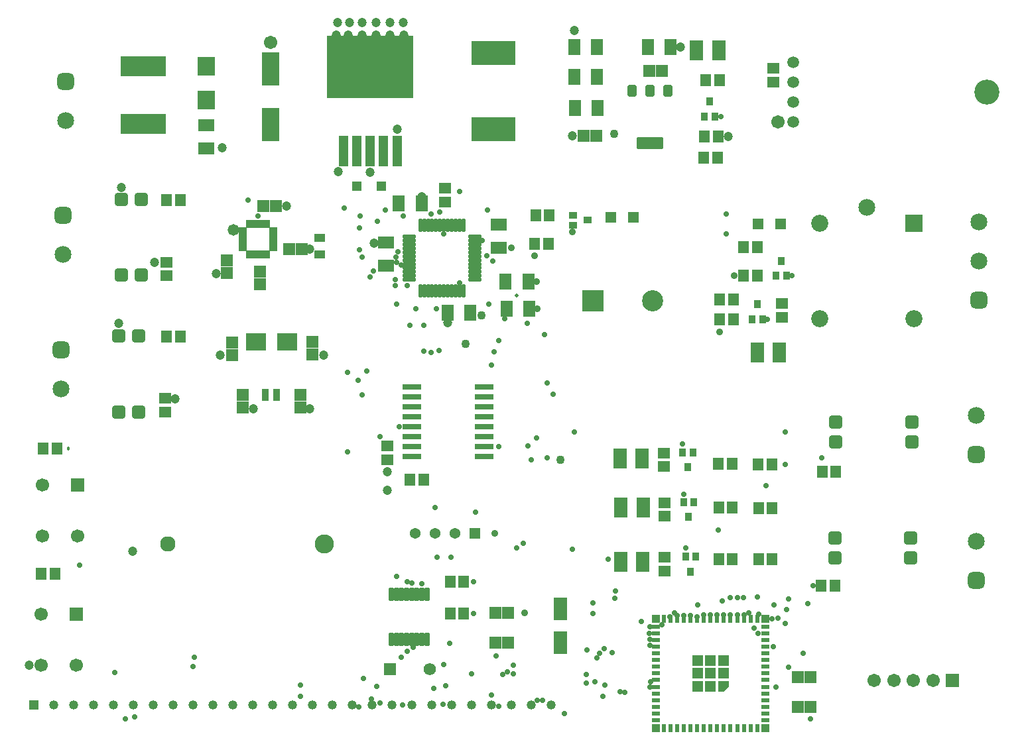
<source format=gts>
G04*
G04 #@! TF.GenerationSoftware,Altium Limited,Altium Designer,25.2.1 (25)*
G04*
G04 Layer_Color=8388736*
%FSLAX44Y44*%
%MOMM*%
G71*
G04*
G04 #@! TF.SameCoordinates,E3D469A8-3601-4E52-BDEA-DD632D880B34*
G04*
G04*
G04 #@! TF.FilePolarity,Negative*
G04*
G01*
G75*
%ADD52R,1.4032X1.4032*%
%ADD53R,0.6032X1.0032*%
%ADD54R,1.0032X0.6032*%
%ADD55R,1.0032X1.0032*%
%ADD56R,0.9032X1.1032*%
%ADD57R,1.5532X1.3532*%
%ADD58R,1.8032X3.0032*%
%ADD59R,1.5032X1.6032*%
G04:AMPARAMS|DCode=60|XSize=1.6132mm|YSize=1.6732mm|CornerRadius=0.2778mm|HoleSize=0mm|Usage=FLASHONLY|Rotation=0.000|XOffset=0mm|YOffset=0mm|HoleType=Round|Shape=RoundedRectangle|*
%AMROUNDEDRECTD60*
21,1,1.6132,1.1175,0,0,0.0*
21,1,1.0575,1.6732,0,0,0.0*
1,1,0.5557,0.5288,-0.5587*
1,1,0.5557,-0.5288,-0.5587*
1,1,0.5557,-0.5288,0.5587*
1,1,0.5557,0.5288,0.5587*
%
%ADD60ROUNDEDRECTD60*%
%ADD61R,1.3532X1.5532*%
G04:AMPARAMS|DCode=62|XSize=1.7732mm|YSize=0.6132mm|CornerRadius=0.1529mm|HoleSize=0mm|Usage=FLASHONLY|Rotation=270.000|XOffset=0mm|YOffset=0mm|HoleType=Round|Shape=RoundedRectangle|*
%AMROUNDEDRECTD62*
21,1,1.7732,0.3075,0,0,270.0*
21,1,1.4675,0.6132,0,0,270.0*
1,1,0.3057,-0.1538,-0.7338*
1,1,0.3057,-0.1538,0.7338*
1,1,0.3057,0.1538,0.7338*
1,1,0.3057,0.1538,-0.7338*
%
%ADD62ROUNDEDRECTD62*%
%ADD63R,11.0432X8.0832*%
%ADD64R,1.1932X3.9932*%
%ADD65R,1.8032X2.6032*%
%ADD66R,2.4032X0.8032*%
%ADD67R,1.6032X1.5032*%
G04:AMPARAMS|DCode=68|XSize=0.4832mm|YSize=1.7632mm|CornerRadius=0.1716mm|HoleSize=0mm|Usage=FLASHONLY|Rotation=90.000|XOffset=0mm|YOffset=0mm|HoleType=Round|Shape=RoundedRectangle|*
%AMROUNDEDRECTD68*
21,1,0.4832,1.4200,0,0,90.0*
21,1,0.1400,1.7632,0,0,90.0*
1,1,0.3432,0.7100,0.0700*
1,1,0.3432,0.7100,-0.0700*
1,1,0.3432,-0.7100,-0.0700*
1,1,0.3432,-0.7100,0.0700*
%
%ADD68ROUNDEDRECTD68*%
G04:AMPARAMS|DCode=69|XSize=0.4832mm|YSize=1.7632mm|CornerRadius=0.1716mm|HoleSize=0mm|Usage=FLASHONLY|Rotation=0.000|XOffset=0mm|YOffset=0mm|HoleType=Round|Shape=RoundedRectangle|*
%AMROUNDEDRECTD69*
21,1,0.4832,1.4200,0,0,0.0*
21,1,0.1400,1.7632,0,0,0.0*
1,1,0.3432,0.0700,-0.7100*
1,1,0.3432,-0.0700,-0.7100*
1,1,0.3432,-0.0700,0.7100*
1,1,0.3432,0.0700,0.7100*
%
%ADD69ROUNDEDRECTD69*%
G04:AMPARAMS|DCode=70|XSize=1.5132mm|YSize=1.1332mm|CornerRadius=0.1714mm|HoleSize=0mm|Usage=FLASHONLY|Rotation=270.000|XOffset=0mm|YOffset=0mm|HoleType=Round|Shape=RoundedRectangle|*
%AMROUNDEDRECTD70*
21,1,1.5132,0.7905,0,0,270.0*
21,1,1.1705,1.1332,0,0,270.0*
1,1,0.3427,-0.3953,-0.5853*
1,1,0.3427,-0.3953,0.5853*
1,1,0.3427,0.3953,0.5853*
1,1,0.3427,0.3953,-0.5853*
%
%ADD70ROUNDEDRECTD70*%
G04:AMPARAMS|DCode=71|XSize=1.5132mm|YSize=3.4432mm|CornerRadius=0.1999mm|HoleSize=0mm|Usage=FLASHONLY|Rotation=270.000|XOffset=0mm|YOffset=0mm|HoleType=Round|Shape=RoundedRectangle|*
%AMROUNDEDRECTD71*
21,1,1.5132,3.0435,0,0,270.0*
21,1,1.1135,3.4432,0,0,270.0*
1,1,0.3997,-1.5218,-0.5568*
1,1,0.3997,-1.5218,0.5568*
1,1,0.3997,1.5218,0.5568*
1,1,0.3997,1.5218,-0.5568*
%
%ADD71ROUNDEDRECTD71*%
%ADD72R,2.0032X1.5032*%
%ADD73R,2.3232X2.4832*%
%ADD74R,1.5032X2.0032*%
%ADD75R,2.6032X2.2032*%
%ADD76R,0.9532X1.6032*%
%ADD77R,0.9932X0.4832*%
%ADD78R,0.4832X0.9932*%
%ADD79R,1.4032X1.1032*%
%ADD80R,1.2832X1.2932*%
%ADD81R,1.4032X1.4032*%
%ADD82R,5.6032X3.1032*%
%ADD83R,5.8166X2.5146*%
%ADD84R,2.2032X4.2032*%
G04:AMPARAMS|DCode=85|XSize=1.6132mm|YSize=1.6732mm|CornerRadius=0.2778mm|HoleSize=0mm|Usage=FLASHONLY|Rotation=90.000|XOffset=0mm|YOffset=0mm|HoleType=Round|Shape=RoundedRectangle|*
%AMROUNDEDRECTD85*
21,1,1.6132,1.1175,0,0,90.0*
21,1,1.0575,1.6732,0,0,90.0*
1,1,0.5557,0.5587,0.5288*
1,1,0.5557,0.5587,-0.5288*
1,1,0.5557,-0.5587,-0.5288*
1,1,0.5557,-0.5587,0.5288*
%
%ADD85ROUNDEDRECTD85*%
%ADD86R,1.1032X0.9032*%
%ADD87R,1.1882X1.1882*%
%ADD88C,1.1882*%
%ADD89C,1.3660*%
%ADD90R,1.3660X1.3660*%
%ADD91R,1.5732X1.5732*%
%ADD92C,1.5732*%
%ADD93C,1.7112*%
%ADD94R,1.7112X1.7112*%
%ADD95C,2.4532*%
%ADD96C,1.9582*%
%ADD97C,2.1532*%
G04:AMPARAMS|DCode=98|XSize=2.1532mm|YSize=2.1532mm|CornerRadius=0.5891mm|HoleSize=0mm|Usage=FLASHONLY|Rotation=90.000|XOffset=0mm|YOffset=0mm|HoleType=Round|Shape=RoundedRectangle|*
%AMROUNDEDRECTD98*
21,1,2.1532,0.9750,0,0,90.0*
21,1,0.9750,2.1532,0,0,90.0*
1,1,1.1782,0.4875,0.4875*
1,1,1.1782,0.4875,-0.4875*
1,1,1.1782,-0.4875,-0.4875*
1,1,1.1782,-0.4875,0.4875*
%
%ADD98ROUNDEDRECTD98*%
%ADD99R,1.7012X1.7012*%
%ADD100C,1.7012*%
%ADD101R,2.7032X2.7032*%
%ADD102C,2.7032*%
%ADD103R,2.1832X2.1832*%
%ADD104C,2.1382*%
%ADD105C,2.1832*%
%ADD106C,1.5112*%
%ADD107C,3.2032*%
%ADD108C,0.7032*%
%ADD109C,1.1032*%
%ADD110C,1.2032*%
%ADD111C,0.9032*%
%ADD112C,1.4732*%
%ADD113C,0.5032*%
%ADD114C,1.7032*%
%ADD115C,0.4572*%
G36*
X954380Y608980D02*
X968380D01*
Y601480D01*
X961880Y594980D01*
X954380D01*
Y608980D01*
D02*
G37*
D52*
X961380Y618480D02*
D03*
Y634980D02*
D03*
X944880D02*
D03*
X928380D02*
D03*
Y618480D02*
D03*
Y601980D02*
D03*
X944880D02*
D03*
Y618480D02*
D03*
X1034110Y1192530D02*
D03*
X846480Y1201420D02*
D03*
D53*
X1004380Y548480D02*
D03*
X995880D02*
D03*
X987380D02*
D03*
X978880D02*
D03*
X970380D02*
D03*
X961880D02*
D03*
X953380D02*
D03*
X944880D02*
D03*
X936380D02*
D03*
X927880D02*
D03*
X919380D02*
D03*
X910880D02*
D03*
X902380D02*
D03*
X893880D02*
D03*
X885380D02*
D03*
Y688480D02*
D03*
X893880D02*
D03*
X902380D02*
D03*
X910880D02*
D03*
X919380D02*
D03*
X927880D02*
D03*
X936380D02*
D03*
X944880D02*
D03*
X953380D02*
D03*
X961880D02*
D03*
X970380D02*
D03*
X978880D02*
D03*
X987380D02*
D03*
X995880D02*
D03*
X1004380D02*
D03*
D54*
X874880Y558980D02*
D03*
Y567480D02*
D03*
Y575980D02*
D03*
Y584480D02*
D03*
Y592980D02*
D03*
Y601480D02*
D03*
Y609980D02*
D03*
Y618480D02*
D03*
Y626980D02*
D03*
Y635480D02*
D03*
Y643980D02*
D03*
Y652480D02*
D03*
Y660980D02*
D03*
Y669480D02*
D03*
Y677980D02*
D03*
X1014880D02*
D03*
Y669480D02*
D03*
Y660980D02*
D03*
Y652480D02*
D03*
Y643980D02*
D03*
Y635480D02*
D03*
Y626980D02*
D03*
Y618480D02*
D03*
Y609980D02*
D03*
Y601480D02*
D03*
Y592980D02*
D03*
Y584480D02*
D03*
Y575980D02*
D03*
Y567480D02*
D03*
Y558980D02*
D03*
D55*
X874880Y688480D02*
D03*
Y548480D02*
D03*
X1014880Y688480D02*
D03*
Y548480D02*
D03*
D56*
X915670Y882040D02*
D03*
X909170Y901040D02*
D03*
X922170D02*
D03*
X919480Y748690D02*
D03*
X912980Y767690D02*
D03*
X925980D02*
D03*
X916940Y818540D02*
D03*
X910440Y837540D02*
D03*
X923440D02*
D03*
X1035200Y1145490D02*
D03*
X1041700Y1126490D02*
D03*
X1028700D02*
D03*
X1004570Y1090270D02*
D03*
X1011070Y1071270D02*
D03*
X998070D02*
D03*
X943610Y1349350D02*
D03*
X950110Y1330350D02*
D03*
X937110D02*
D03*
D57*
X885190Y900290D02*
D03*
Y882790D02*
D03*
X886460Y836790D02*
D03*
Y819290D02*
D03*
Y767080D02*
D03*
Y749580D02*
D03*
X1036320Y1073430D02*
D03*
Y1090930D02*
D03*
X605790Y1238250D02*
D03*
Y1220750D02*
D03*
X1024890Y1374280D02*
D03*
Y1391780D02*
D03*
X250190Y1144130D02*
D03*
Y1126630D02*
D03*
X248920Y970140D02*
D03*
Y952640D02*
D03*
X532130Y909180D02*
D03*
Y891680D02*
D03*
D58*
X753110Y700950D02*
D03*
Y657950D02*
D03*
D59*
X686560Y695960D02*
D03*
X670560D02*
D03*
X686180Y657860D02*
D03*
X670180D02*
D03*
X1056260Y575310D02*
D03*
X1072260D02*
D03*
X1056260Y613410D02*
D03*
X1072260D02*
D03*
X390270Y1215390D02*
D03*
X374270D02*
D03*
X423290Y1160780D02*
D03*
X407290D02*
D03*
X783210Y1305560D02*
D03*
X799210D02*
D03*
X883030Y1388110D02*
D03*
X867030D02*
D03*
D60*
X1201660Y939800D02*
D03*
Y914400D02*
D03*
X1104660D02*
D03*
Y939800D02*
D03*
X1103390Y791210D02*
D03*
Y765810D02*
D03*
X1200390D02*
D03*
Y791210D02*
D03*
D61*
X629780Y735330D02*
D03*
X612280D02*
D03*
X629780Y694690D02*
D03*
X612280D02*
D03*
X955040Y886460D02*
D03*
X972540D02*
D03*
X1023340Y885190D02*
D03*
X1005840D02*
D03*
X955180Y830580D02*
D03*
X972680D02*
D03*
X1023480Y829310D02*
D03*
X1005980D02*
D03*
X1103490Y730250D02*
D03*
X1085990D02*
D03*
X955180Y764540D02*
D03*
X972680D02*
D03*
X1023480D02*
D03*
X1005980D02*
D03*
X1087260Y876300D02*
D03*
X1104760D02*
D03*
X110210Y905510D02*
D03*
X92710D02*
D03*
X561340Y866140D02*
D03*
X578840D02*
D03*
X721640Y1203960D02*
D03*
X739140D02*
D03*
X737870Y1167130D02*
D03*
X720370D02*
D03*
X1004430Y1126490D02*
D03*
X986930D02*
D03*
X987070Y1163320D02*
D03*
X1004570D02*
D03*
X956450Y1096010D02*
D03*
X973950D02*
D03*
X956450Y1070610D02*
D03*
X973950D02*
D03*
X107950Y745490D02*
D03*
X90450D02*
D03*
X956170Y1376680D02*
D03*
X938670D02*
D03*
X954760Y1304290D02*
D03*
X937260D02*
D03*
X936130Y1277620D02*
D03*
X953630D02*
D03*
X250330Y1223010D02*
D03*
X267830D02*
D03*
X250190Y1049020D02*
D03*
X267690D02*
D03*
D62*
X582820Y719580D02*
D03*
X576320D02*
D03*
X569820D02*
D03*
X563320D02*
D03*
X556820D02*
D03*
X550320D02*
D03*
X543820D02*
D03*
X537320D02*
D03*
Y662180D02*
D03*
X543820D02*
D03*
X550320D02*
D03*
X556820D02*
D03*
X563320D02*
D03*
X569820D02*
D03*
X576320D02*
D03*
X582820D02*
D03*
D63*
X510540Y1393510D02*
D03*
D64*
X544540Y1286010D02*
D03*
X527540D02*
D03*
X510540D02*
D03*
X493540D02*
D03*
X476540D02*
D03*
D65*
X858800Y830580D02*
D03*
X830300D02*
D03*
X857530Y892810D02*
D03*
X829030D02*
D03*
X858520Y760730D02*
D03*
X830020D02*
D03*
X1004290Y1028700D02*
D03*
X1032790D02*
D03*
X955320Y1414780D02*
D03*
X926820D02*
D03*
D66*
X655600Y908050D02*
D03*
X563600Y933450D02*
D03*
X655600Y895350D02*
D03*
Y920750D02*
D03*
Y933450D02*
D03*
X563600Y920750D02*
D03*
Y946150D02*
D03*
Y958850D02*
D03*
X655600D02*
D03*
X563600Y984250D02*
D03*
X655600Y946150D02*
D03*
Y971550D02*
D03*
X563600D02*
D03*
X655600Y984250D02*
D03*
X563600Y908050D02*
D03*
Y895350D02*
D03*
D67*
X347980Y958470D02*
D03*
Y974470D02*
D03*
X334010Y1025400D02*
D03*
Y1041400D02*
D03*
X436880Y1025780D02*
D03*
Y1041780D02*
D03*
X421640Y958090D02*
D03*
Y974090D02*
D03*
X369570Y1115950D02*
D03*
Y1131950D02*
D03*
X327660Y1129920D02*
D03*
Y1145920D02*
D03*
D68*
X560070Y1176650D02*
D03*
Y1171650D02*
D03*
Y1166650D02*
D03*
Y1161650D02*
D03*
Y1156650D02*
D03*
Y1151650D02*
D03*
Y1146650D02*
D03*
Y1141650D02*
D03*
Y1136650D02*
D03*
Y1131650D02*
D03*
Y1126650D02*
D03*
Y1121650D02*
D03*
X643670D02*
D03*
Y1126650D02*
D03*
Y1131650D02*
D03*
Y1136650D02*
D03*
Y1141650D02*
D03*
Y1146650D02*
D03*
Y1151650D02*
D03*
Y1156650D02*
D03*
Y1161650D02*
D03*
Y1166650D02*
D03*
Y1171650D02*
D03*
Y1176650D02*
D03*
D69*
X574370Y1107350D02*
D03*
X579370D02*
D03*
X584370D02*
D03*
X589370D02*
D03*
X594370D02*
D03*
X599370D02*
D03*
X604370D02*
D03*
X609370D02*
D03*
X614370D02*
D03*
X619370D02*
D03*
X624370D02*
D03*
X629370D02*
D03*
Y1190950D02*
D03*
X624370D02*
D03*
X619370D02*
D03*
X614370D02*
D03*
X609370D02*
D03*
X604370D02*
D03*
X599370D02*
D03*
X594370D02*
D03*
X589370D02*
D03*
X584370D02*
D03*
X579370D02*
D03*
X574370D02*
D03*
D70*
X890310Y1363140D02*
D03*
X867410D02*
D03*
X844510D02*
D03*
D71*
X867410Y1296240D02*
D03*
D72*
X300990Y1289790D02*
D03*
Y1318790D02*
D03*
X530860Y1168930D02*
D03*
Y1139930D02*
D03*
X674370Y1162790D02*
D03*
Y1191790D02*
D03*
D73*
X300990Y1351220D02*
D03*
Y1394520D02*
D03*
D74*
X712260Y1118870D02*
D03*
X683260D02*
D03*
X713530Y1084580D02*
D03*
X684530D02*
D03*
X575840Y1219200D02*
D03*
X546840D02*
D03*
X609070Y1079500D02*
D03*
X638070D02*
D03*
X770890Y1418590D02*
D03*
X799890D02*
D03*
X770890Y1380490D02*
D03*
X799890D02*
D03*
X771630Y1341120D02*
D03*
X800630D02*
D03*
X893870Y1418590D02*
D03*
X864870D02*
D03*
D75*
X364810Y1041780D02*
D03*
X404810D02*
D03*
D76*
X376290Y974090D02*
D03*
X390790D02*
D03*
D77*
X347330Y1185980D02*
D03*
Y1180980D02*
D03*
Y1175980D02*
D03*
Y1170980D02*
D03*
Y1165980D02*
D03*
Y1160980D02*
D03*
X386730D02*
D03*
Y1165980D02*
D03*
Y1170980D02*
D03*
Y1175980D02*
D03*
Y1180980D02*
D03*
Y1185980D02*
D03*
D78*
X354530Y1153780D02*
D03*
X359530D02*
D03*
X364530D02*
D03*
X369530D02*
D03*
X374530D02*
D03*
X379530D02*
D03*
Y1193180D02*
D03*
X374530D02*
D03*
X369530D02*
D03*
X364530D02*
D03*
X359530D02*
D03*
X354530D02*
D03*
D79*
X445770Y1154090D02*
D03*
Y1175090D02*
D03*
D80*
X493520Y1240790D02*
D03*
X525020D02*
D03*
D81*
X1005510Y1192530D02*
D03*
X817880Y1201420D02*
D03*
D82*
X668020Y1314210D02*
D03*
Y1411210D02*
D03*
D83*
X220980Y1320546D02*
D03*
Y1394714D02*
D03*
D84*
X383540Y1319590D02*
D03*
Y1390590D02*
D03*
D85*
X193040Y1127520D02*
D03*
X218440D02*
D03*
Y1224520D02*
D03*
X193040D02*
D03*
X189230Y952500D02*
D03*
X214630D02*
D03*
Y1049500D02*
D03*
X189230D02*
D03*
D86*
X788010Y1197610D02*
D03*
X769010Y1191110D02*
D03*
Y1204110D02*
D03*
D87*
X81280Y577850D02*
D03*
D88*
X106680D02*
D03*
X132080D02*
D03*
X157480D02*
D03*
X182880D02*
D03*
X208280D02*
D03*
X233680D02*
D03*
X259080D02*
D03*
X284480D02*
D03*
X309880D02*
D03*
X335280D02*
D03*
X360680D02*
D03*
X386080D02*
D03*
X411480D02*
D03*
X436880D02*
D03*
X462280D02*
D03*
X487680D02*
D03*
X513080D02*
D03*
X538480D02*
D03*
X563880D02*
D03*
X589280D02*
D03*
X614680D02*
D03*
X640080D02*
D03*
X665480D02*
D03*
X690880D02*
D03*
X716280D02*
D03*
X741680D02*
D03*
D89*
X567690Y797560D02*
D03*
X593090D02*
D03*
X618490D02*
D03*
D90*
X643890D02*
D03*
D91*
X535940Y623570D02*
D03*
D92*
X586740D02*
D03*
D93*
X1203960Y609430D02*
D03*
X1178960D02*
D03*
X1228960D02*
D03*
X1153960D02*
D03*
D94*
X1253960D02*
D03*
D95*
X451790Y783590D02*
D03*
D96*
X251790D02*
D03*
D97*
X1287780Y1145540D02*
D03*
Y1195540D02*
D03*
X121920Y1325010D02*
D03*
X1283970Y948290D02*
D03*
X118110Y1153560D02*
D03*
X1283970Y787000D02*
D03*
X115570Y982110D02*
D03*
D98*
X1287780Y1095540D02*
D03*
X121920Y1375010D02*
D03*
X1283970Y898290D02*
D03*
X118110Y1203560D02*
D03*
X1283970Y737000D02*
D03*
X115570Y1032110D02*
D03*
D99*
X136800Y859270D02*
D03*
X135530Y694170D02*
D03*
D100*
X136800Y794270D02*
D03*
X91800Y859270D02*
D03*
Y794270D02*
D03*
X135530Y629170D02*
D03*
X90530Y694170D02*
D03*
Y629170D02*
D03*
D101*
X795120Y1094740D02*
D03*
D102*
X871120D02*
D03*
D103*
X1204270Y1193840D02*
D03*
D104*
X1144270Y1213840D02*
D03*
D105*
X1084270Y1193840D02*
D03*
Y1071840D02*
D03*
X1204270D02*
D03*
D106*
X1050290Y1399540D02*
D03*
Y1374140D02*
D03*
Y1348740D02*
D03*
Y1323340D02*
D03*
D107*
X1297940Y1361440D02*
D03*
D108*
X1040340Y885190D02*
D03*
X1087120Y894080D02*
D03*
X595630Y767080D02*
D03*
X613410D02*
D03*
X543820Y742690D02*
D03*
X549910Y639020D02*
D03*
X285440D02*
D03*
X744220Y975360D02*
D03*
X665280Y1012144D02*
D03*
X668724Y1029404D02*
D03*
X736600Y989330D02*
D03*
X1075690Y730250D02*
D03*
X557485Y735330D02*
D03*
X563880Y734060D02*
D03*
X706120Y784860D02*
D03*
X1072260Y560450D02*
D03*
X1016000Y858520D02*
D03*
X722630Y919480D02*
D03*
X716280Y891540D02*
D03*
X576580Y732790D02*
D03*
X712050Y909320D02*
D03*
X523240Y580544D02*
D03*
X607060Y603035D02*
D03*
X591820Y599394D02*
D03*
X518775Y601559D02*
D03*
X501650Y612140D02*
D03*
X640080Y618180D02*
D03*
X786130Y606040D02*
D03*
X692714Y628960D02*
D03*
X786130Y617220D02*
D03*
X670976Y640934D02*
D03*
X693381Y618380D02*
D03*
X810350Y603920D02*
D03*
X797560Y607800D02*
D03*
X604520Y629710D02*
D03*
X814070Y764540D02*
D03*
X787376Y648160D02*
D03*
X800186Y638278D02*
D03*
X803040Y644514D02*
D03*
X808900Y650240D02*
D03*
X807720Y589280D02*
D03*
X829210Y594753D02*
D03*
X758030Y567305D02*
D03*
X723424Y583990D02*
D03*
X729944Y584506D02*
D03*
X867830Y678180D02*
D03*
X822435Y714102D02*
D03*
X856830Y684530D02*
D03*
X866600Y669385D02*
D03*
X284480Y627380D02*
D03*
X557530Y646890D02*
D03*
X685800Y620211D02*
D03*
X819480Y645217D02*
D03*
X835720Y594386D02*
D03*
X867830Y654050D02*
D03*
Y661670D02*
D03*
Y601480D02*
D03*
X184150Y619760D02*
D03*
X511896Y585834D02*
D03*
X679450Y617220D02*
D03*
X882867Y680493D02*
D03*
X868370Y608136D02*
D03*
X899160Y695960D02*
D03*
X496015Y575876D02*
D03*
X551489Y578398D02*
D03*
X902380Y692250D02*
D03*
X910880D02*
D03*
X919239D02*
D03*
X893059Y691194D02*
D03*
X421640Y603500D02*
D03*
X665480Y590855D02*
D03*
X794810Y708660D02*
D03*
Y694690D02*
D03*
X823170Y723900D02*
D03*
X927880Y691020D02*
D03*
X928130Y705660D02*
D03*
X674370Y576580D02*
D03*
X421640Y588860D02*
D03*
X603510Y578660D02*
D03*
X961880Y692960D02*
D03*
X970380D02*
D03*
X978880D02*
D03*
X936380D02*
D03*
X953380D02*
D03*
X944880D02*
D03*
X987380D02*
D03*
X979170Y715320D02*
D03*
X960088Y711408D02*
D03*
X970380Y715320D02*
D03*
X986790D02*
D03*
X736600Y894080D02*
D03*
X209550Y562610D02*
D03*
X1025456Y706267D02*
D03*
X1004570Y716280D02*
D03*
X1006050Y693810D02*
D03*
X993990Y695687D02*
D03*
X1000760Y676400D02*
D03*
X1044400Y626477D02*
D03*
X1030624Y688994D02*
D03*
X1023620Y688340D02*
D03*
X1040340Y681990D02*
D03*
X1005840Y669290D02*
D03*
X1044224Y713456D02*
D03*
X1041820Y700370D02*
D03*
X1024890Y652780D02*
D03*
X1069340Y707390D02*
D03*
X1062990Y643890D02*
D03*
X697230Y778510D02*
D03*
X768350Y777240D02*
D03*
X624840Y1234440D02*
D03*
X547370Y933450D02*
D03*
X661430Y1090562D02*
D03*
X682171Y1071560D02*
D03*
X500380Y974090D02*
D03*
X523240Y920750D02*
D03*
X1028700Y600710D02*
D03*
X955040Y801370D02*
D03*
X910590Y847090D02*
D03*
X913130Y778510D02*
D03*
X909320Y911860D02*
D03*
X565150Y651510D02*
D03*
X711200Y1065530D02*
D03*
X965200Y1205230D02*
D03*
X612140Y656590D02*
D03*
X642620Y735330D02*
D03*
Y694690D02*
D03*
X198120Y560070D02*
D03*
X1040130Y927100D02*
D03*
X367030Y1202690D02*
D03*
X509940Y1125220D02*
D03*
X505880Y1004570D02*
D03*
X495300Y993140D02*
D03*
X481330Y1003300D02*
D03*
X732790Y1051560D02*
D03*
X588010Y1028700D02*
D03*
X579120Y1029970D02*
D03*
X598170Y1031190D02*
D03*
X674370Y1043940D02*
D03*
X579120Y1062990D02*
D03*
X965200Y1179830D02*
D03*
X658890Y1151940D02*
D03*
X666750Y1145540D02*
D03*
X653620Y1171780D02*
D03*
X660400Y1210310D02*
D03*
X594660Y1084580D02*
D03*
X568960D02*
D03*
X599440Y1207770D02*
D03*
X588010Y1205230D02*
D03*
X543710Y1090060D02*
D03*
X557530Y1113790D02*
D03*
X542000D02*
D03*
Y1121360D02*
D03*
X514350Y1132840D02*
D03*
X542834Y1150182D02*
D03*
X549699Y1140805D02*
D03*
X543880Y1143747D02*
D03*
X546091Y1157013D02*
D03*
X499880Y1150620D02*
D03*
X529590Y1210310D02*
D03*
X477520Y1212850D02*
D03*
X481330Y901700D02*
D03*
X561340Y1062990D02*
D03*
X593090Y830580D02*
D03*
X645160Y824230D02*
D03*
X624500Y1117260D02*
D03*
X1017270Y1070610D02*
D03*
X1049020Y1126490D02*
D03*
X958240Y1330350D02*
D03*
X770890Y927100D02*
D03*
X139700Y756920D02*
D03*
X674370Y908050D02*
D03*
X604370Y1179830D02*
D03*
X496888Y1187767D02*
D03*
X497840Y1202690D02*
D03*
X519430Y1196340D02*
D03*
X552450Y1202690D02*
D03*
X496570Y1159510D02*
D03*
X354530Y1223210D02*
D03*
D109*
X753110Y891540D02*
D03*
X632460Y1039710D02*
D03*
X652780Y1075690D02*
D03*
X821690Y1308100D02*
D03*
D110*
X532130Y852170D02*
D03*
X207010Y774700D02*
D03*
X469900Y1259840D02*
D03*
X510540Y1258570D02*
D03*
X576580Y1227750D02*
D03*
X768350Y1305560D02*
D03*
X553720Y1433830D02*
D03*
X535940D02*
D03*
X518160D02*
D03*
X500380D02*
D03*
X482600D02*
D03*
X467360D02*
D03*
X552450Y1450340D02*
D03*
X535940D02*
D03*
X518160D02*
D03*
X500380D02*
D03*
X483870D02*
D03*
X468630D02*
D03*
X609600Y1066970D02*
D03*
X193040Y1239520D02*
D03*
X189230Y1065530D02*
D03*
X74930Y628650D02*
D03*
X261240Y969390D02*
D03*
X361290Y956970D02*
D03*
X432790Y956590D02*
D03*
X450850Y1024890D02*
D03*
X318770D02*
D03*
X235330Y1143380D02*
D03*
X313690Y1129030D02*
D03*
X403860Y1215390D02*
D03*
X433070Y1160780D02*
D03*
X515620Y1168400D02*
D03*
X967610Y1304290D02*
D03*
X906780Y1418590D02*
D03*
X770890Y1440180D02*
D03*
X544540Y1314160D02*
D03*
X321310Y1290320D02*
D03*
X532130Y876300D02*
D03*
D111*
X768350Y1182370D02*
D03*
X722630Y1118870D02*
D03*
X720370Y1152170D02*
D03*
X669290Y797560D02*
D03*
X707770Y695960D02*
D03*
X690350Y1162790D02*
D03*
X723900Y1084580D02*
D03*
X956450Y1055230D02*
D03*
X975360Y1126490D02*
D03*
D112*
X336000Y1185114D02*
D03*
D113*
X697230Y1101090D02*
D03*
D114*
X1031240Y1323340D02*
D03*
X383540Y1424940D02*
D03*
D115*
X124779Y905510D02*
D03*
M02*

</source>
